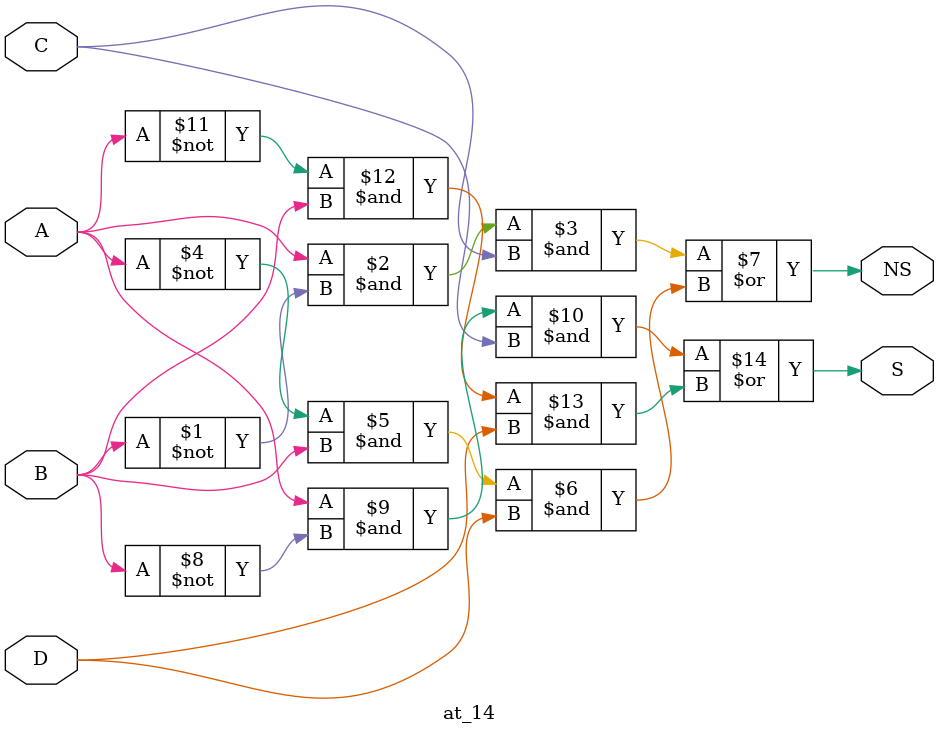
<source format=v>
module at_14(
    input A, B, C, D,
    output NS, S
);

assign NS = A & ~B & C | ~A & B & D;
assign S = A & ~B & C | ~A & B & D;
    
endmodule
</source>
